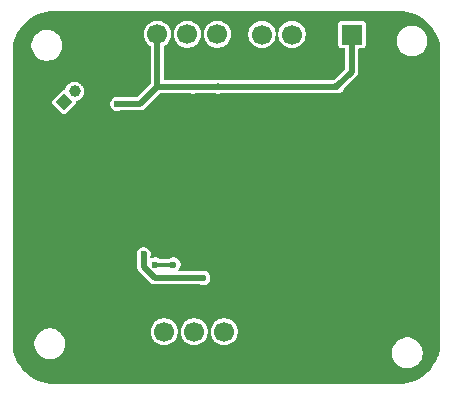
<source format=gbr>
%TF.GenerationSoftware,KiCad,Pcbnew,9.0.7-9.0.7~ubuntu24.04.1*%
%TF.CreationDate,2026-02-28T14:15:44+03:00*%
%TF.ProjectId,Kiicad_project,4b696963-6164-45f7-9072-6f6a6563742e,rev?*%
%TF.SameCoordinates,Original*%
%TF.FileFunction,Copper,L4,Bot*%
%TF.FilePolarity,Positive*%
%FSLAX46Y46*%
G04 Gerber Fmt 4.6, Leading zero omitted, Abs format (unit mm)*
G04 Created by KiCad (PCBNEW 9.0.7-9.0.7~ubuntu24.04.1) date 2026-02-28 14:15:44*
%MOMM*%
%LPD*%
G01*
G04 APERTURE LIST*
G04 Aperture macros list*
%AMRotRect*
0 Rectangle, with rotation*
0 The origin of the aperture is its center*
0 $1 length*
0 $2 width*
0 $3 Rotation angle, in degrees counterclockwise*
0 Add horizontal line*
21,1,$1,$2,0,0,$3*%
G04 Aperture macros list end*
%TA.AperFunction,ComponentPad*%
%ADD10RotRect,1.000000X1.000000X135.000000*%
%TD*%
%TA.AperFunction,ComponentPad*%
%ADD11C,1.000000*%
%TD*%
%TA.AperFunction,ComponentPad*%
%ADD12R,1.700000X1.700000*%
%TD*%
%TA.AperFunction,ComponentPad*%
%ADD13C,1.700000*%
%TD*%
%TA.AperFunction,ViaPad*%
%ADD14C,0.600000*%
%TD*%
%TA.AperFunction,Conductor*%
%ADD15C,0.500000*%
%TD*%
%TA.AperFunction,Conductor*%
%ADD16C,0.300000*%
%TD*%
G04 APERTURE END LIST*
D10*
%TO.P,J4,1,Pin_1*%
%TO.N,+3.3V*%
X54078949Y-68171051D03*
D11*
%TO.P,J4,2,Pin_2*%
%TO.N,/BOOT*%
X54976975Y-67273025D03*
%TO.P,J4,3,Pin_3*%
%TO.N,GND*%
X55875000Y-66375000D03*
%TD*%
D12*
%TO.P,J3,1,Pin_1*%
%TO.N,GND*%
X59445001Y-62425000D03*
D13*
%TO.P,J3,2,Pin_2*%
%TO.N,+3.3V*%
X61985001Y-62425000D03*
%TO.P,J3,3,Pin_3*%
%TO.N,/I2C_SDA*%
X64525000Y-62425000D03*
%TO.P,J3,4,Pin_4*%
%TO.N,/I2C_SCL*%
X67065001Y-62425000D03*
%TD*%
D12*
%TO.P,J2,1,Pin_1*%
%TO.N,GND*%
X70185000Y-87625000D03*
D13*
%TO.P,J2,2,Pin_2*%
%TO.N,+3.3V*%
X67645000Y-87625000D03*
%TO.P,J2,3,Pin_3*%
%TO.N,/UART_RX*%
X65105001Y-87625000D03*
%TO.P,J2,4,Pin_4*%
%TO.N,/UART_TX*%
X62565000Y-87625000D03*
%TD*%
D12*
%TO.P,J5,1,Pin_1*%
%TO.N,+3.3V*%
X78465000Y-62450000D03*
D13*
%TO.P,J5,2,Pin_2*%
%TO.N,GND*%
X75925000Y-62450000D03*
%TO.P,J5,3,Pin_3*%
%TO.N,/SWDIO*%
X73385001Y-62450000D03*
%TO.P,J5,4,Pin_4*%
%TO.N,/SWCLK*%
X70845000Y-62450000D03*
%TD*%
D14*
%TO.N,GND*%
X79050000Y-76825000D03*
X75875000Y-64700000D03*
X51800000Y-70850000D03*
X59775000Y-77275000D03*
X68750000Y-81200000D03*
%TO.N,+3.3V*%
X58600000Y-68325000D03*
X65000001Y-66875000D03*
X67125001Y-66875000D03*
X77225000Y-66825000D03*
X65865000Y-83065000D03*
X60825000Y-81050000D03*
%TO.N,GND*%
X79950000Y-81475000D03*
X70375000Y-65125000D03*
X65050000Y-76450000D03*
X58175000Y-78275000D03*
X75100000Y-73100000D03*
X67325000Y-75500000D03*
X80600000Y-82100000D03*
X55025000Y-76150000D03*
X79875000Y-80550000D03*
X59375000Y-64950000D03*
X69850000Y-77875000D03*
X65675000Y-72325000D03*
X60875000Y-73375000D03*
X68900000Y-73825000D03*
X54100000Y-79525000D03*
X55600000Y-74375000D03*
X80000000Y-67500000D03*
X80000000Y-72625000D03*
X70400000Y-84850000D03*
X81675000Y-80600000D03*
X68550000Y-76725000D03*
X69900000Y-75200000D03*
X57996142Y-75051777D03*
%TO.N,/NRST*%
X61800000Y-81925000D03*
X63350000Y-81925000D03*
%TD*%
D15*
%TO.N,+3.3V*%
X77225000Y-66825000D02*
X78450000Y-65600000D01*
X78450000Y-65600000D02*
X78450000Y-62465000D01*
X78450000Y-62465000D02*
X78465000Y-62450000D01*
X61975000Y-66875000D02*
X77175000Y-66875000D01*
X77175000Y-66875000D02*
X77225000Y-66825000D01*
X60525000Y-68325000D02*
X61975000Y-66875000D01*
X61975000Y-62435001D02*
X61985001Y-62425000D01*
X58600000Y-68325000D02*
X60525000Y-68325000D01*
X61975000Y-66875000D02*
X61975000Y-62435001D01*
X60825000Y-82125000D02*
X60825000Y-81050000D01*
X65865000Y-83065000D02*
X61765000Y-83065000D01*
X67150001Y-66850000D02*
X67125001Y-66875000D01*
X61765000Y-83065000D02*
X60825000Y-82125000D01*
D16*
%TO.N,/NRST*%
X61800000Y-81925000D02*
X63350000Y-81925000D01*
%TD*%
%TA.AperFunction,Conductor*%
%TO.N,GND*%
G36*
X82452421Y-60450619D02*
G01*
X82481158Y-60452030D01*
X82788173Y-60467113D01*
X82797815Y-60468063D01*
X83127915Y-60517029D01*
X83137421Y-60518919D01*
X83461144Y-60600008D01*
X83470415Y-60602820D01*
X83784625Y-60715246D01*
X83793594Y-60718961D01*
X84095263Y-60861640D01*
X84103826Y-60866218D01*
X84390049Y-61037773D01*
X84398127Y-61043171D01*
X84666150Y-61241951D01*
X84673660Y-61248114D01*
X84920921Y-61472218D01*
X84927781Y-61479078D01*
X84973942Y-61530009D01*
X85151885Y-61726339D01*
X85158048Y-61733849D01*
X85356828Y-62001872D01*
X85362226Y-62009950D01*
X85533781Y-62296173D01*
X85538361Y-62304741D01*
X85681036Y-62606402D01*
X85684754Y-62615378D01*
X85797175Y-62929571D01*
X85799995Y-62938868D01*
X85881077Y-63262567D01*
X85882972Y-63272096D01*
X85931934Y-63602170D01*
X85932887Y-63611838D01*
X85949381Y-63947577D01*
X85949500Y-63952435D01*
X85949500Y-88522564D01*
X85949381Y-88527422D01*
X85932887Y-88863161D01*
X85931934Y-88872829D01*
X85882972Y-89202903D01*
X85881077Y-89212432D01*
X85799995Y-89536131D01*
X85797175Y-89545428D01*
X85684754Y-89859621D01*
X85681036Y-89868597D01*
X85538361Y-90170258D01*
X85533781Y-90178826D01*
X85362226Y-90465049D01*
X85356828Y-90473127D01*
X85158048Y-90741150D01*
X85151885Y-90748660D01*
X84927786Y-90995916D01*
X84920916Y-91002786D01*
X84673660Y-91226885D01*
X84666150Y-91233048D01*
X84398127Y-91431828D01*
X84390049Y-91437226D01*
X84103826Y-91608781D01*
X84095258Y-91613361D01*
X83793597Y-91756036D01*
X83784621Y-91759754D01*
X83470428Y-91872175D01*
X83461131Y-91874995D01*
X83137432Y-91956077D01*
X83127903Y-91957972D01*
X82797829Y-92006934D01*
X82788161Y-92007887D01*
X82452422Y-92024381D01*
X82447564Y-92024500D01*
X53227436Y-92024500D01*
X53222578Y-92024381D01*
X52886838Y-92007887D01*
X52877170Y-92006934D01*
X52547096Y-91957972D01*
X52537567Y-91956077D01*
X52213868Y-91874995D01*
X52204571Y-91872175D01*
X51890378Y-91759754D01*
X51881402Y-91756036D01*
X51579741Y-91613361D01*
X51571173Y-91608781D01*
X51284950Y-91437226D01*
X51276872Y-91431828D01*
X51008849Y-91233048D01*
X51001339Y-91226885D01*
X50754083Y-91002786D01*
X50747218Y-90995921D01*
X50523114Y-90748660D01*
X50516951Y-90741150D01*
X50318171Y-90473127D01*
X50312773Y-90465049D01*
X50183223Y-90248908D01*
X50141216Y-90178823D01*
X50136638Y-90170258D01*
X50005730Y-89893477D01*
X49993961Y-89868594D01*
X49990245Y-89859621D01*
X49946473Y-89737287D01*
X49877820Y-89545415D01*
X49875008Y-89536144D01*
X49793919Y-89212421D01*
X49792029Y-89202915D01*
X49743063Y-88872815D01*
X49742113Y-88863173D01*
X49725619Y-88527421D01*
X49725502Y-88522644D01*
X51574500Y-88522644D01*
X51574500Y-88727355D01*
X51606521Y-88929529D01*
X51669780Y-89124219D01*
X51762712Y-89306609D01*
X51762714Y-89306613D01*
X51883029Y-89472213D01*
X51883031Y-89472215D01*
X51883034Y-89472219D01*
X52027781Y-89616966D01*
X52027784Y-89616968D01*
X52027786Y-89616970D01*
X52193386Y-89737285D01*
X52193390Y-89737287D01*
X52375781Y-89830220D01*
X52570466Y-89893477D01*
X52570467Y-89893477D01*
X52570470Y-89893478D01*
X52772645Y-89925500D01*
X52772648Y-89925500D01*
X52977355Y-89925500D01*
X53179529Y-89893478D01*
X53179530Y-89893477D01*
X53179534Y-89893477D01*
X53374219Y-89830220D01*
X53556610Y-89737287D01*
X53722219Y-89616966D01*
X53866966Y-89472219D01*
X53987287Y-89306610D01*
X53991855Y-89297644D01*
X81849500Y-89297644D01*
X81849500Y-89502355D01*
X81881521Y-89704529D01*
X81944780Y-89899219D01*
X82037712Y-90081609D01*
X82037714Y-90081613D01*
X82158029Y-90247213D01*
X82158031Y-90247215D01*
X82158034Y-90247219D01*
X82302781Y-90391966D01*
X82302784Y-90391968D01*
X82302786Y-90391970D01*
X82468386Y-90512285D01*
X82468390Y-90512287D01*
X82650781Y-90605220D01*
X82845466Y-90668477D01*
X82845467Y-90668477D01*
X82845470Y-90668478D01*
X83047645Y-90700500D01*
X83047648Y-90700500D01*
X83252355Y-90700500D01*
X83454529Y-90668478D01*
X83454530Y-90668477D01*
X83454534Y-90668477D01*
X83649219Y-90605220D01*
X83831610Y-90512287D01*
X83997219Y-90391966D01*
X84141966Y-90247219D01*
X84262287Y-90081610D01*
X84355220Y-89899219D01*
X84418477Y-89704534D01*
X84432347Y-89616966D01*
X84450500Y-89502355D01*
X84450500Y-89297644D01*
X84418478Y-89095470D01*
X84364562Y-88929534D01*
X84355220Y-88900781D01*
X84262287Y-88718390D01*
X84262285Y-88718386D01*
X84141970Y-88552786D01*
X84141968Y-88552784D01*
X84141966Y-88552781D01*
X83997219Y-88408034D01*
X83997215Y-88408031D01*
X83997213Y-88408029D01*
X83831613Y-88287714D01*
X83831609Y-88287712D01*
X83649219Y-88194780D01*
X83454529Y-88131521D01*
X83252355Y-88099500D01*
X83252352Y-88099500D01*
X83047648Y-88099500D01*
X83047645Y-88099500D01*
X82845470Y-88131521D01*
X82650780Y-88194780D01*
X82468390Y-88287712D01*
X82468386Y-88287714D01*
X82302786Y-88408029D01*
X82158029Y-88552786D01*
X82037714Y-88718386D01*
X82037712Y-88718390D01*
X81944780Y-88900780D01*
X81881521Y-89095470D01*
X81849500Y-89297644D01*
X53991855Y-89297644D01*
X54080220Y-89124219D01*
X54143477Y-88929534D01*
X54148031Y-88900781D01*
X54175500Y-88727355D01*
X54175500Y-88522644D01*
X54143478Y-88320470D01*
X54132835Y-88287713D01*
X54080220Y-88125781D01*
X53987287Y-87943390D01*
X53987285Y-87943386D01*
X53866970Y-87777786D01*
X53866968Y-87777784D01*
X53866966Y-87777781D01*
X53722219Y-87633034D01*
X53722215Y-87633031D01*
X53722213Y-87633029D01*
X53691420Y-87610657D01*
X53586530Y-87534450D01*
X61414500Y-87534450D01*
X61414500Y-87715549D01*
X61442828Y-87894406D01*
X61498788Y-88066637D01*
X61564080Y-88194780D01*
X61581004Y-88227994D01*
X61687447Y-88374501D01*
X61815499Y-88502553D01*
X61962006Y-88608996D01*
X62123361Y-88691211D01*
X62295591Y-88747171D01*
X62367136Y-88758502D01*
X62474451Y-88775500D01*
X62474454Y-88775500D01*
X62655549Y-88775500D01*
X62744977Y-88761335D01*
X62834409Y-88747171D01*
X63006639Y-88691211D01*
X63167994Y-88608996D01*
X63314501Y-88502553D01*
X63442553Y-88374501D01*
X63548996Y-88227994D01*
X63631211Y-88066639D01*
X63687171Y-87894409D01*
X63715500Y-87715546D01*
X63715500Y-87534454D01*
X63715500Y-87534450D01*
X63954501Y-87534450D01*
X63954501Y-87715549D01*
X63982829Y-87894406D01*
X64038789Y-88066637D01*
X64104081Y-88194780D01*
X64121005Y-88227994D01*
X64227448Y-88374501D01*
X64355500Y-88502553D01*
X64502007Y-88608996D01*
X64663362Y-88691211D01*
X64835592Y-88747171D01*
X64907137Y-88758502D01*
X65014452Y-88775500D01*
X65014455Y-88775500D01*
X65195550Y-88775500D01*
X65284978Y-88761335D01*
X65374410Y-88747171D01*
X65546640Y-88691211D01*
X65707995Y-88608996D01*
X65854502Y-88502553D01*
X65982554Y-88374501D01*
X66088997Y-88227994D01*
X66171212Y-88066639D01*
X66227172Y-87894409D01*
X66255501Y-87715546D01*
X66255501Y-87534454D01*
X66255501Y-87534450D01*
X66494500Y-87534450D01*
X66494500Y-87715549D01*
X66522828Y-87894406D01*
X66578788Y-88066637D01*
X66644080Y-88194780D01*
X66661004Y-88227994D01*
X66767447Y-88374501D01*
X66895499Y-88502553D01*
X67042006Y-88608996D01*
X67203361Y-88691211D01*
X67375591Y-88747171D01*
X67447136Y-88758502D01*
X67554451Y-88775500D01*
X67554454Y-88775500D01*
X67735549Y-88775500D01*
X67824977Y-88761335D01*
X67914409Y-88747171D01*
X68086639Y-88691211D01*
X68247994Y-88608996D01*
X68394501Y-88502553D01*
X68522553Y-88374501D01*
X68628996Y-88227994D01*
X68711211Y-88066639D01*
X68767171Y-87894409D01*
X68795500Y-87715546D01*
X68795500Y-87534454D01*
X68795500Y-87534450D01*
X68776614Y-87415212D01*
X68767171Y-87355591D01*
X68711211Y-87183361D01*
X68628996Y-87022006D01*
X68522553Y-86875499D01*
X68394501Y-86747447D01*
X68247994Y-86641004D01*
X68247993Y-86641003D01*
X68247991Y-86641002D01*
X68086637Y-86558788D01*
X67914406Y-86502828D01*
X67735549Y-86474500D01*
X67735546Y-86474500D01*
X67554454Y-86474500D01*
X67554451Y-86474500D01*
X67375593Y-86502828D01*
X67203362Y-86558788D01*
X67042008Y-86641002D01*
X66968752Y-86694225D01*
X66895499Y-86747447D01*
X66767447Y-86875499D01*
X66714225Y-86948752D01*
X66661002Y-87022008D01*
X66578788Y-87183362D01*
X66522828Y-87355593D01*
X66494500Y-87534450D01*
X66255501Y-87534450D01*
X66236615Y-87415212D01*
X66227172Y-87355591D01*
X66171212Y-87183361D01*
X66088997Y-87022006D01*
X65982554Y-86875499D01*
X65854502Y-86747447D01*
X65707995Y-86641004D01*
X65707994Y-86641003D01*
X65707992Y-86641002D01*
X65546638Y-86558788D01*
X65374407Y-86502828D01*
X65195550Y-86474500D01*
X65195547Y-86474500D01*
X65014455Y-86474500D01*
X65014452Y-86474500D01*
X64835594Y-86502828D01*
X64663363Y-86558788D01*
X64502009Y-86641002D01*
X64428753Y-86694225D01*
X64355500Y-86747447D01*
X64227448Y-86875499D01*
X64174226Y-86948752D01*
X64121003Y-87022008D01*
X64038789Y-87183362D01*
X63982829Y-87355593D01*
X63954501Y-87534450D01*
X63715500Y-87534450D01*
X63696614Y-87415212D01*
X63687171Y-87355591D01*
X63631211Y-87183361D01*
X63548996Y-87022006D01*
X63442553Y-86875499D01*
X63314501Y-86747447D01*
X63167994Y-86641004D01*
X63167993Y-86641003D01*
X63167991Y-86641002D01*
X63006637Y-86558788D01*
X62834406Y-86502828D01*
X62655549Y-86474500D01*
X62655546Y-86474500D01*
X62474454Y-86474500D01*
X62474451Y-86474500D01*
X62295593Y-86502828D01*
X62123362Y-86558788D01*
X61962008Y-86641002D01*
X61888752Y-86694225D01*
X61815499Y-86747447D01*
X61687447Y-86875499D01*
X61634225Y-86948752D01*
X61581002Y-87022008D01*
X61498788Y-87183362D01*
X61442828Y-87355593D01*
X61414500Y-87534450D01*
X53586530Y-87534450D01*
X53556613Y-87512714D01*
X53556609Y-87512712D01*
X53374219Y-87419780D01*
X53179529Y-87356521D01*
X52977355Y-87324500D01*
X52977352Y-87324500D01*
X52772648Y-87324500D01*
X52772645Y-87324500D01*
X52570470Y-87356521D01*
X52375780Y-87419780D01*
X52193390Y-87512712D01*
X52193386Y-87512714D01*
X52027786Y-87633029D01*
X51883029Y-87777786D01*
X51762714Y-87943386D01*
X51762712Y-87943390D01*
X51669780Y-88125780D01*
X51606521Y-88320470D01*
X51574500Y-88522644D01*
X49725502Y-88522644D01*
X49725500Y-88522564D01*
X49725500Y-80970943D01*
X60224500Y-80970943D01*
X60224500Y-81129057D01*
X60251782Y-81230875D01*
X60265423Y-81281785D01*
X60266963Y-81285501D01*
X60274500Y-81323389D01*
X60274500Y-82052526D01*
X60274500Y-82197474D01*
X60312016Y-82337485D01*
X60384490Y-82463015D01*
X61426985Y-83505510D01*
X61552515Y-83577984D01*
X61692525Y-83615500D01*
X61692526Y-83615500D01*
X61837474Y-83615500D01*
X65591610Y-83615500D01*
X65629495Y-83623036D01*
X65633210Y-83624575D01*
X65633214Y-83624576D01*
X65633216Y-83624577D01*
X65785943Y-83665500D01*
X65785945Y-83665500D01*
X65944055Y-83665500D01*
X65944057Y-83665500D01*
X66096784Y-83624577D01*
X66233716Y-83545520D01*
X66345520Y-83433716D01*
X66424577Y-83296784D01*
X66465500Y-83144057D01*
X66465500Y-82985943D01*
X66424577Y-82833216D01*
X66345520Y-82696284D01*
X66233716Y-82584480D01*
X66096784Y-82505423D01*
X65944057Y-82464500D01*
X65785943Y-82464500D01*
X65714371Y-82483677D01*
X65633210Y-82505424D01*
X65629495Y-82506964D01*
X65591610Y-82514500D01*
X63848743Y-82514500D01*
X63790552Y-82495593D01*
X63754588Y-82446093D01*
X63754588Y-82384907D01*
X63778737Y-82345498D01*
X63830520Y-82293716D01*
X63909577Y-82156784D01*
X63950500Y-82004057D01*
X63950500Y-81845943D01*
X63909577Y-81693216D01*
X63830520Y-81556284D01*
X63718716Y-81444480D01*
X63581784Y-81365423D01*
X63429057Y-81324500D01*
X63270943Y-81324500D01*
X63118216Y-81365423D01*
X62981284Y-81444480D01*
X62980258Y-81445505D01*
X62979331Y-81445977D01*
X62976134Y-81448431D01*
X62975679Y-81447838D01*
X62925744Y-81473281D01*
X62910257Y-81474500D01*
X62239743Y-81474500D01*
X62181552Y-81455593D01*
X62169745Y-81445509D01*
X62168716Y-81444480D01*
X62031784Y-81365423D01*
X61879057Y-81324500D01*
X61720943Y-81324500D01*
X61619125Y-81351782D01*
X61568215Y-81365423D01*
X61531440Y-81386655D01*
X61471592Y-81399374D01*
X61415697Y-81374487D01*
X61385105Y-81321498D01*
X61386314Y-81275298D01*
X61425500Y-81129057D01*
X61425500Y-80970943D01*
X61384577Y-80818216D01*
X61305520Y-80681284D01*
X61193716Y-80569480D01*
X61056784Y-80490423D01*
X60904057Y-80449500D01*
X60745943Y-80449500D01*
X60593216Y-80490423D01*
X60456284Y-80569480D01*
X60344480Y-80681284D01*
X60265423Y-80818216D01*
X60224500Y-80970943D01*
X49725500Y-80970943D01*
X49725500Y-68114879D01*
X53071342Y-68114879D01*
X53071342Y-68227225D01*
X53111926Y-68331983D01*
X53114232Y-68334895D01*
X53127632Y-68351812D01*
X53898188Y-69122366D01*
X53918016Y-69138073D01*
X54022776Y-69178658D01*
X54022777Y-69178658D01*
X54135121Y-69178658D01*
X54135122Y-69178658D01*
X54239882Y-69138073D01*
X54259710Y-69122368D01*
X55030264Y-68351812D01*
X55045971Y-68331984D01*
X55079304Y-68245943D01*
X57999500Y-68245943D01*
X57999500Y-68404057D01*
X58040423Y-68556784D01*
X58119480Y-68693716D01*
X58231284Y-68805520D01*
X58368216Y-68884577D01*
X58520943Y-68925500D01*
X58520945Y-68925500D01*
X58679055Y-68925500D01*
X58679057Y-68925500D01*
X58831784Y-68884577D01*
X58831786Y-68884575D01*
X58831789Y-68884575D01*
X58835505Y-68883036D01*
X58873390Y-68875500D01*
X60597474Y-68875500D01*
X60597475Y-68875500D01*
X60737485Y-68837984D01*
X60863015Y-68765510D01*
X62174028Y-67454495D01*
X62228545Y-67426719D01*
X62244032Y-67425500D01*
X64726611Y-67425500D01*
X64764496Y-67433036D01*
X64768211Y-67434575D01*
X64768215Y-67434576D01*
X64768217Y-67434577D01*
X64920944Y-67475500D01*
X64920946Y-67475500D01*
X65079056Y-67475500D01*
X65079058Y-67475500D01*
X65231785Y-67434577D01*
X65231787Y-67434575D01*
X65231790Y-67434575D01*
X65235506Y-67433036D01*
X65273391Y-67425500D01*
X66851611Y-67425500D01*
X66889496Y-67433036D01*
X66893211Y-67434575D01*
X66893215Y-67434576D01*
X66893217Y-67434577D01*
X67045944Y-67475500D01*
X67045946Y-67475500D01*
X67204056Y-67475500D01*
X67204058Y-67475500D01*
X67356785Y-67434577D01*
X67356787Y-67434575D01*
X67356790Y-67434575D01*
X67360506Y-67433036D01*
X67398391Y-67425500D01*
X77304055Y-67425500D01*
X77304057Y-67425500D01*
X77456784Y-67384577D01*
X77593716Y-67305520D01*
X77705520Y-67193716D01*
X77784577Y-67056784D01*
X77784578Y-67056779D01*
X77786115Y-67053070D01*
X77807574Y-67020949D01*
X78890510Y-65938014D01*
X78962984Y-65812485D01*
X79000500Y-65672474D01*
X79000500Y-65527526D01*
X79000500Y-63699499D01*
X79019407Y-63641308D01*
X79068907Y-63605344D01*
X79099500Y-63600499D01*
X79359861Y-63600499D01*
X79359864Y-63600499D01*
X79384991Y-63597585D01*
X79487765Y-63552206D01*
X79567206Y-63472765D01*
X79612585Y-63369991D01*
X79615500Y-63344865D01*
X79615500Y-62897644D01*
X82249500Y-62897644D01*
X82249500Y-63102355D01*
X82281521Y-63304529D01*
X82344780Y-63499219D01*
X82437712Y-63681609D01*
X82437714Y-63681613D01*
X82558029Y-63847213D01*
X82558031Y-63847215D01*
X82558034Y-63847219D01*
X82702781Y-63991966D01*
X82702784Y-63991968D01*
X82702786Y-63991970D01*
X82868386Y-64112285D01*
X82868390Y-64112287D01*
X83050781Y-64205220D01*
X83245466Y-64268477D01*
X83245467Y-64268477D01*
X83245470Y-64268478D01*
X83447645Y-64300500D01*
X83447648Y-64300500D01*
X83652355Y-64300500D01*
X83854529Y-64268478D01*
X83854530Y-64268477D01*
X83854534Y-64268477D01*
X84049219Y-64205220D01*
X84231610Y-64112287D01*
X84397219Y-63991966D01*
X84541966Y-63847219D01*
X84662287Y-63681610D01*
X84755220Y-63499219D01*
X84818477Y-63304534D01*
X84818791Y-63302550D01*
X84850500Y-63102355D01*
X84850500Y-62897644D01*
X84818478Y-62695470D01*
X84818477Y-62695466D01*
X84755220Y-62500781D01*
X84662287Y-62318390D01*
X84662285Y-62318386D01*
X84541970Y-62152786D01*
X84541968Y-62152784D01*
X84541966Y-62152781D01*
X84397219Y-62008034D01*
X84397215Y-62008031D01*
X84397213Y-62008029D01*
X84231613Y-61887714D01*
X84231609Y-61887712D01*
X84049219Y-61794780D01*
X83854529Y-61731521D01*
X83652355Y-61699500D01*
X83652352Y-61699500D01*
X83447648Y-61699500D01*
X83447645Y-61699500D01*
X83245470Y-61731521D01*
X83050780Y-61794780D01*
X82868390Y-61887712D01*
X82868386Y-61887714D01*
X82702786Y-62008029D01*
X82558029Y-62152786D01*
X82437714Y-62318386D01*
X82437712Y-62318390D01*
X82344780Y-62500780D01*
X82281521Y-62695470D01*
X82249500Y-62897644D01*
X79615500Y-62897644D01*
X79615499Y-62383034D01*
X79615499Y-61555139D01*
X79615499Y-61555136D01*
X79612585Y-61530009D01*
X79567206Y-61427235D01*
X79487765Y-61347794D01*
X79384991Y-61302415D01*
X79384990Y-61302414D01*
X79384988Y-61302414D01*
X79359868Y-61299500D01*
X77570139Y-61299500D01*
X77570136Y-61299501D01*
X77545009Y-61302414D01*
X77442235Y-61347794D01*
X77362794Y-61427235D01*
X77317414Y-61530011D01*
X77314500Y-61555130D01*
X77314500Y-63344860D01*
X77314501Y-63344863D01*
X77317414Y-63369990D01*
X77342756Y-63427385D01*
X77362794Y-63472765D01*
X77442235Y-63552206D01*
X77545009Y-63597585D01*
X77570135Y-63600500D01*
X77800500Y-63600499D01*
X77858690Y-63619406D01*
X77894654Y-63668906D01*
X77899500Y-63699499D01*
X77899500Y-65330966D01*
X77880593Y-65389157D01*
X77870504Y-65400970D01*
X77029050Y-66242423D01*
X77007459Y-66258774D01*
X76997781Y-66264199D01*
X76993216Y-66265423D01*
X76913326Y-66311546D01*
X76912777Y-66311855D01*
X76908007Y-66312805D01*
X76864364Y-66324500D01*
X67398391Y-66324500D01*
X67360506Y-66316964D01*
X67356790Y-66315424D01*
X67297530Y-66299545D01*
X67204058Y-66274500D01*
X67045944Y-66274500D01*
X66974372Y-66293677D01*
X66893211Y-66315424D01*
X66889496Y-66316964D01*
X66851611Y-66324500D01*
X65273391Y-66324500D01*
X65235506Y-66316964D01*
X65231790Y-66315424D01*
X65172530Y-66299545D01*
X65079058Y-66274500D01*
X64920944Y-66274500D01*
X64849372Y-66293677D01*
X64768211Y-66315424D01*
X64764496Y-66316964D01*
X64726611Y-66324500D01*
X62624500Y-66324500D01*
X62566309Y-66305593D01*
X62530345Y-66256093D01*
X62525500Y-66225500D01*
X62525500Y-63501505D01*
X62544407Y-63443314D01*
X62579557Y-63413294D01*
X62587995Y-63408996D01*
X62734502Y-63302553D01*
X62862554Y-63174501D01*
X62968997Y-63027994D01*
X63051212Y-62866639D01*
X63107172Y-62694409D01*
X63131541Y-62540549D01*
X63135501Y-62515549D01*
X63135501Y-62334450D01*
X63374500Y-62334450D01*
X63374500Y-62515549D01*
X63402828Y-62694406D01*
X63458788Y-62866637D01*
X63490854Y-62929571D01*
X63541004Y-63027994D01*
X63647447Y-63174501D01*
X63775499Y-63302553D01*
X63922006Y-63408996D01*
X64083361Y-63491211D01*
X64255591Y-63547171D01*
X64327136Y-63558502D01*
X64434451Y-63575500D01*
X64434454Y-63575500D01*
X64615549Y-63575500D01*
X64704977Y-63561335D01*
X64794409Y-63547171D01*
X64966639Y-63491211D01*
X65127994Y-63408996D01*
X65274501Y-63302553D01*
X65402553Y-63174501D01*
X65508996Y-63027994D01*
X65591211Y-62866639D01*
X65647171Y-62694409D01*
X65671540Y-62540549D01*
X65675500Y-62515549D01*
X65675500Y-62334450D01*
X65914501Y-62334450D01*
X65914501Y-62515549D01*
X65942829Y-62694406D01*
X65998789Y-62866637D01*
X66030855Y-62929571D01*
X66081005Y-63027994D01*
X66187448Y-63174501D01*
X66315500Y-63302553D01*
X66462007Y-63408996D01*
X66623362Y-63491211D01*
X66795592Y-63547171D01*
X66867137Y-63558502D01*
X66974452Y-63575500D01*
X66974455Y-63575500D01*
X67155550Y-63575500D01*
X67244978Y-63561335D01*
X67334410Y-63547171D01*
X67506640Y-63491211D01*
X67667995Y-63408996D01*
X67814502Y-63302553D01*
X67942554Y-63174501D01*
X68048997Y-63027994D01*
X68131212Y-62866639D01*
X68187172Y-62694409D01*
X68211541Y-62540549D01*
X68215501Y-62515549D01*
X68215501Y-62359450D01*
X69694500Y-62359450D01*
X69694500Y-62540549D01*
X69722828Y-62719406D01*
X69778788Y-62891637D01*
X69848265Y-63027994D01*
X69861004Y-63052994D01*
X69967447Y-63199501D01*
X70095499Y-63327553D01*
X70242006Y-63433996D01*
X70403361Y-63516211D01*
X70575591Y-63572171D01*
X70647136Y-63583502D01*
X70754451Y-63600500D01*
X70754454Y-63600500D01*
X70935549Y-63600500D01*
X71024977Y-63586335D01*
X71114409Y-63572171D01*
X71286639Y-63516211D01*
X71447994Y-63433996D01*
X71594501Y-63327553D01*
X71722553Y-63199501D01*
X71828996Y-63052994D01*
X71911211Y-62891639D01*
X71967171Y-62719409D01*
X71984373Y-62610799D01*
X71995500Y-62540549D01*
X71995500Y-62359450D01*
X72234501Y-62359450D01*
X72234501Y-62540549D01*
X72262829Y-62719406D01*
X72318789Y-62891637D01*
X72388266Y-63027994D01*
X72401005Y-63052994D01*
X72507448Y-63199501D01*
X72635500Y-63327553D01*
X72782007Y-63433996D01*
X72943362Y-63516211D01*
X73115592Y-63572171D01*
X73187137Y-63583502D01*
X73294452Y-63600500D01*
X73294455Y-63600500D01*
X73475550Y-63600500D01*
X73564978Y-63586335D01*
X73654410Y-63572171D01*
X73826640Y-63516211D01*
X73987995Y-63433996D01*
X74134502Y-63327553D01*
X74262554Y-63199501D01*
X74368997Y-63052994D01*
X74451212Y-62891639D01*
X74507172Y-62719409D01*
X74524374Y-62610799D01*
X74535501Y-62540549D01*
X74535501Y-62359450D01*
X74507172Y-62180593D01*
X74507172Y-62180591D01*
X74451212Y-62008361D01*
X74368997Y-61847006D01*
X74262554Y-61700499D01*
X74134502Y-61572447D01*
X73987995Y-61466004D01*
X73987994Y-61466003D01*
X73987992Y-61466002D01*
X73826638Y-61383788D01*
X73654407Y-61327828D01*
X73475550Y-61299500D01*
X73475547Y-61299500D01*
X73294455Y-61299500D01*
X73294452Y-61299500D01*
X73115594Y-61327828D01*
X72943363Y-61383788D01*
X72782009Y-61466002D01*
X72768964Y-61475480D01*
X72635500Y-61572447D01*
X72507448Y-61700499D01*
X72484908Y-61731523D01*
X72401003Y-61847008D01*
X72318789Y-62008362D01*
X72262829Y-62180593D01*
X72234501Y-62359450D01*
X71995500Y-62359450D01*
X71967171Y-62180593D01*
X71967171Y-62180591D01*
X71911211Y-62008361D01*
X71828996Y-61847006D01*
X71722553Y-61700499D01*
X71594501Y-61572447D01*
X71447994Y-61466004D01*
X71447993Y-61466003D01*
X71447991Y-61466002D01*
X71286637Y-61383788D01*
X71114406Y-61327828D01*
X70935549Y-61299500D01*
X70935546Y-61299500D01*
X70754454Y-61299500D01*
X70754451Y-61299500D01*
X70575593Y-61327828D01*
X70403362Y-61383788D01*
X70242008Y-61466002D01*
X70228963Y-61475480D01*
X70095499Y-61572447D01*
X69967447Y-61700499D01*
X69944907Y-61731523D01*
X69861002Y-61847008D01*
X69778788Y-62008362D01*
X69722828Y-62180593D01*
X69694500Y-62359450D01*
X68215501Y-62359450D01*
X68215501Y-62334450D01*
X68191132Y-62180593D01*
X68187172Y-62155591D01*
X68131212Y-61983361D01*
X68048997Y-61822006D01*
X67942554Y-61675499D01*
X67814502Y-61547447D01*
X67667995Y-61441004D01*
X67667994Y-61441003D01*
X67667992Y-61441002D01*
X67506638Y-61358788D01*
X67334407Y-61302828D01*
X67155550Y-61274500D01*
X67155547Y-61274500D01*
X66974455Y-61274500D01*
X66974452Y-61274500D01*
X66795594Y-61302828D01*
X66623363Y-61358788D01*
X66462009Y-61441002D01*
X66409595Y-61479083D01*
X66315500Y-61547447D01*
X66187448Y-61675499D01*
X66134226Y-61748752D01*
X66081003Y-61822008D01*
X65998789Y-61983362D01*
X65942829Y-62155593D01*
X65914501Y-62334450D01*
X65675500Y-62334450D01*
X65651131Y-62180593D01*
X65647171Y-62155591D01*
X65591211Y-61983361D01*
X65508996Y-61822006D01*
X65402553Y-61675499D01*
X65274501Y-61547447D01*
X65127994Y-61441004D01*
X65127993Y-61441003D01*
X65127991Y-61441002D01*
X64966637Y-61358788D01*
X64794406Y-61302828D01*
X64615549Y-61274500D01*
X64615546Y-61274500D01*
X64434454Y-61274500D01*
X64434451Y-61274500D01*
X64255593Y-61302828D01*
X64083362Y-61358788D01*
X63922008Y-61441002D01*
X63869594Y-61479083D01*
X63775499Y-61547447D01*
X63647447Y-61675499D01*
X63594225Y-61748752D01*
X63541002Y-61822008D01*
X63458788Y-61983362D01*
X63402828Y-62155593D01*
X63374500Y-62334450D01*
X63135501Y-62334450D01*
X63111132Y-62180593D01*
X63107172Y-62155591D01*
X63051212Y-61983361D01*
X62968997Y-61822006D01*
X62862554Y-61675499D01*
X62734502Y-61547447D01*
X62587995Y-61441004D01*
X62587994Y-61441003D01*
X62587992Y-61441002D01*
X62426638Y-61358788D01*
X62254407Y-61302828D01*
X62075550Y-61274500D01*
X62075547Y-61274500D01*
X61894455Y-61274500D01*
X61894452Y-61274500D01*
X61715594Y-61302828D01*
X61543363Y-61358788D01*
X61382009Y-61441002D01*
X61329595Y-61479083D01*
X61235500Y-61547447D01*
X61107448Y-61675499D01*
X61054226Y-61748752D01*
X61001003Y-61822008D01*
X60918789Y-61983362D01*
X60862829Y-62155593D01*
X60834501Y-62334450D01*
X60834501Y-62515549D01*
X60862829Y-62694406D01*
X60918789Y-62866637D01*
X60950855Y-62929571D01*
X61001005Y-63027994D01*
X61107448Y-63174501D01*
X61235500Y-63302553D01*
X61382007Y-63408996D01*
X61382009Y-63408997D01*
X61383691Y-63410219D01*
X61419655Y-63459719D01*
X61424500Y-63490312D01*
X61424500Y-66605967D01*
X61405593Y-66664158D01*
X61395504Y-66675971D01*
X60325971Y-67745504D01*
X60271454Y-67773281D01*
X60255967Y-67774500D01*
X58873390Y-67774500D01*
X58835505Y-67766964D01*
X58831789Y-67765424D01*
X58757445Y-67745504D01*
X58679057Y-67724500D01*
X58520943Y-67724500D01*
X58368216Y-67765423D01*
X58231284Y-67844480D01*
X58119480Y-67956284D01*
X58040423Y-68093216D01*
X57999500Y-68245943D01*
X55079304Y-68245943D01*
X55086556Y-68227224D01*
X55086556Y-68148351D01*
X55086558Y-68148034D01*
X55096088Y-68119319D01*
X55105463Y-68090466D01*
X55105728Y-68090273D01*
X55105831Y-68089964D01*
X55130368Y-68072370D01*
X55154963Y-68054502D01*
X55155478Y-68054367D01*
X55155556Y-68054312D01*
X55155688Y-68054312D01*
X55166235Y-68051561D01*
X55210472Y-68042762D01*
X55356154Y-67982419D01*
X55487264Y-67894814D01*
X55598764Y-67783314D01*
X55686369Y-67652204D01*
X55746712Y-67506522D01*
X55777475Y-67351867D01*
X55777475Y-67194183D01*
X55746712Y-67039528D01*
X55686369Y-66893846D01*
X55686368Y-66893844D01*
X55686365Y-66893839D01*
X55650992Y-66840901D01*
X55598764Y-66762736D01*
X55487264Y-66651236D01*
X55435034Y-66616337D01*
X55356160Y-66563634D01*
X55356149Y-66563628D01*
X55210472Y-66503288D01*
X55055819Y-66472525D01*
X55055817Y-66472525D01*
X54898133Y-66472525D01*
X54898130Y-66472525D01*
X54743478Y-66503288D01*
X54743476Y-66503288D01*
X54597800Y-66563628D01*
X54597789Y-66563634D01*
X54466686Y-66651236D01*
X54466682Y-66651239D01*
X54355189Y-66762732D01*
X54355186Y-66762736D01*
X54267584Y-66893839D01*
X54267578Y-66893850D01*
X54207238Y-67039526D01*
X54198440Y-67083759D01*
X54168543Y-67137142D01*
X54112978Y-67162758D01*
X54101342Y-67163444D01*
X54022774Y-67163444D01*
X53918016Y-67204028D01*
X53904010Y-67215122D01*
X53898188Y-67219734D01*
X53898186Y-67219735D01*
X53898186Y-67219736D01*
X53898182Y-67219739D01*
X53127639Y-67990284D01*
X53127627Y-67990298D01*
X53111928Y-68010115D01*
X53111925Y-68010121D01*
X53071343Y-68114873D01*
X53071342Y-68114879D01*
X49725500Y-68114879D01*
X49725500Y-63952435D01*
X49725619Y-63947578D01*
X49730549Y-63847219D01*
X49742113Y-63611824D01*
X49743063Y-63602186D01*
X49791945Y-63272644D01*
X51324500Y-63272644D01*
X51324500Y-63477355D01*
X51356521Y-63679529D01*
X51419780Y-63874219D01*
X51512712Y-64056609D01*
X51512714Y-64056613D01*
X51633029Y-64222213D01*
X51633031Y-64222215D01*
X51633034Y-64222219D01*
X51777781Y-64366966D01*
X51777784Y-64366968D01*
X51777786Y-64366970D01*
X51943386Y-64487285D01*
X51943390Y-64487287D01*
X52125781Y-64580220D01*
X52320466Y-64643477D01*
X52320467Y-64643477D01*
X52320470Y-64643478D01*
X52522645Y-64675500D01*
X52522648Y-64675500D01*
X52727355Y-64675500D01*
X52929529Y-64643478D01*
X52929530Y-64643477D01*
X52929534Y-64643477D01*
X53124219Y-64580220D01*
X53306610Y-64487287D01*
X53472219Y-64366966D01*
X53616966Y-64222219D01*
X53737287Y-64056610D01*
X53830220Y-63874219D01*
X53893477Y-63679534D01*
X53893478Y-63679529D01*
X53925500Y-63477355D01*
X53925500Y-63272644D01*
X53893478Y-63070470D01*
X53850718Y-62938868D01*
X53830220Y-62875781D01*
X53737287Y-62693390D01*
X53737285Y-62693386D01*
X53616970Y-62527786D01*
X53616968Y-62527784D01*
X53616966Y-62527781D01*
X53472219Y-62383034D01*
X53472215Y-62383031D01*
X53472213Y-62383029D01*
X53306613Y-62262714D01*
X53306609Y-62262712D01*
X53124219Y-62169780D01*
X52929529Y-62106521D01*
X52727355Y-62074500D01*
X52727352Y-62074500D01*
X52522648Y-62074500D01*
X52522645Y-62074500D01*
X52320470Y-62106521D01*
X52125780Y-62169780D01*
X51943390Y-62262712D01*
X51943386Y-62262714D01*
X51777786Y-62383029D01*
X51633029Y-62527786D01*
X51512714Y-62693386D01*
X51512712Y-62693390D01*
X51419780Y-62875780D01*
X51356521Y-63070470D01*
X51324500Y-63272644D01*
X49791945Y-63272644D01*
X49792029Y-63272080D01*
X49793917Y-63262590D01*
X49875009Y-62938849D01*
X49877818Y-62929590D01*
X49990249Y-62615367D01*
X49993958Y-62606412D01*
X50136644Y-62304728D01*
X50141211Y-62296185D01*
X50312780Y-62009938D01*
X50318163Y-62001883D01*
X50516957Y-61733841D01*
X50523107Y-61726346D01*
X50747228Y-61479067D01*
X50754067Y-61472228D01*
X51001346Y-61248107D01*
X51008841Y-61241957D01*
X51276883Y-61043163D01*
X51284938Y-61037780D01*
X51571185Y-60866211D01*
X51579728Y-60861644D01*
X51881412Y-60718958D01*
X51890367Y-60715249D01*
X52204590Y-60602818D01*
X52213849Y-60600009D01*
X52537582Y-60518918D01*
X52547080Y-60517029D01*
X52877186Y-60468063D01*
X52886824Y-60467113D01*
X53195606Y-60451944D01*
X53222579Y-60450619D01*
X53227436Y-60450500D01*
X53290892Y-60450500D01*
X82384108Y-60450500D01*
X82447564Y-60450500D01*
X82452421Y-60450619D01*
G37*
%TD.AperFunction*%
%TD*%
M02*

</source>
